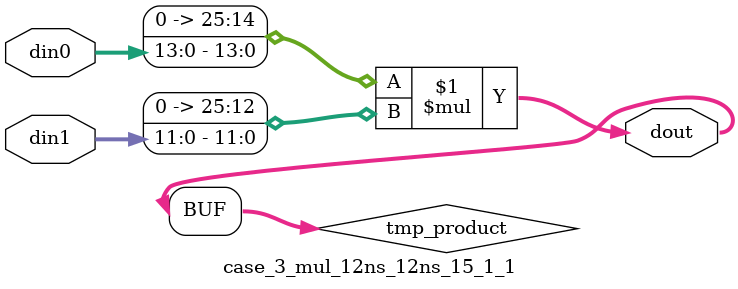
<source format=v>

`timescale 1 ns / 1 ps

 (* use_dsp = "no" *)  module case_3_mul_12ns_12ns_15_1_1(din0, din1, dout);
parameter ID = 1;
parameter NUM_STAGE = 0;
parameter din0_WIDTH = 14;
parameter din1_WIDTH = 12;
parameter dout_WIDTH = 26;

input [din0_WIDTH - 1 : 0] din0; 
input [din1_WIDTH - 1 : 0] din1; 
output [dout_WIDTH - 1 : 0] dout;

wire signed [dout_WIDTH - 1 : 0] tmp_product;
























assign tmp_product = $signed({1'b0, din0}) * $signed({1'b0, din1});











assign dout = tmp_product;





















endmodule

</source>
